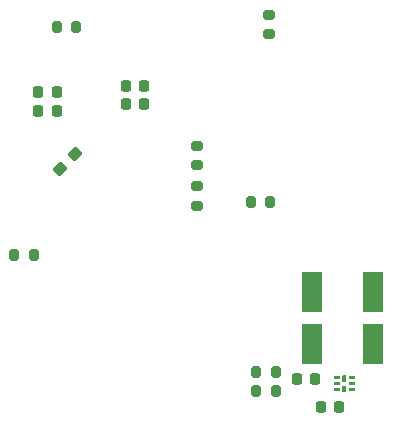
<source format=gbr>
%TF.GenerationSoftware,KiCad,Pcbnew,8.0.3-8.0.3-0~ubuntu22.04.1*%
%TF.CreationDate,2024-07-04T17:08:58-06:00*%
%TF.ProjectId,stm32g070 and DRV8311 single motor board - V1 Alpha,73746d33-3267-4303-9730-20616e642044,rev?*%
%TF.SameCoordinates,Original*%
%TF.FileFunction,Paste,Bot*%
%TF.FilePolarity,Positive*%
%FSLAX46Y46*%
G04 Gerber Fmt 4.6, Leading zero omitted, Abs format (unit mm)*
G04 Created by KiCad (PCBNEW 8.0.3-8.0.3-0~ubuntu22.04.1) date 2024-07-04 17:08:58*
%MOMM*%
%LPD*%
G01*
G04 APERTURE LIST*
G04 Aperture macros list*
%AMRoundRect*
0 Rectangle with rounded corners*
0 $1 Rounding radius*
0 $2 $3 $4 $5 $6 $7 $8 $9 X,Y pos of 4 corners*
0 Add a 4 corners polygon primitive as box body*
4,1,4,$2,$3,$4,$5,$6,$7,$8,$9,$2,$3,0*
0 Add four circle primitives for the rounded corners*
1,1,$1+$1,$2,$3*
1,1,$1+$1,$4,$5*
1,1,$1+$1,$6,$7*
1,1,$1+$1,$8,$9*
0 Add four rect primitives between the rounded corners*
20,1,$1+$1,$2,$3,$4,$5,0*
20,1,$1+$1,$4,$5,$6,$7,0*
20,1,$1+$1,$6,$7,$8,$9,0*
20,1,$1+$1,$8,$9,$2,$3,0*%
G04 Aperture macros list end*
%ADD10C,0.000000*%
%ADD11R,1.800000X3.400000*%
%ADD12RoundRect,0.200000X-0.200000X-0.275000X0.200000X-0.275000X0.200000X0.275000X-0.200000X0.275000X0*%
%ADD13RoundRect,0.225000X0.225000X0.250000X-0.225000X0.250000X-0.225000X-0.250000X0.225000X-0.250000X0*%
%ADD14RoundRect,0.200000X0.200000X0.275000X-0.200000X0.275000X-0.200000X-0.275000X0.200000X-0.275000X0*%
%ADD15RoundRect,0.200000X-0.275000X0.200000X-0.275000X-0.200000X0.275000X-0.200000X0.275000X0.200000X0*%
%ADD16RoundRect,0.237500X0.044194X0.380070X-0.380070X-0.044194X-0.044194X-0.380070X0.380070X0.044194X0*%
%ADD17RoundRect,0.218750X-0.218750X-0.256250X0.218750X-0.256250X0.218750X0.256250X-0.218750X0.256250X0*%
%ADD18RoundRect,0.225000X-0.225000X-0.250000X0.225000X-0.250000X0.225000X0.250000X-0.225000X0.250000X0*%
%ADD19R,0.350000X0.630000*%
G04 APERTURE END LIST*
D10*
%TO.C,U3*%
G36*
X151967501Y-126924999D02*
G01*
X151437499Y-126924999D01*
X151437499Y-126675000D01*
X151967501Y-126675000D01*
X151967501Y-126924999D01*
G37*
G36*
X151967501Y-127425001D02*
G01*
X151437499Y-127425001D01*
X151437499Y-127174999D01*
X151967501Y-127174999D01*
X151967501Y-127425001D01*
G37*
G36*
X151967501Y-127925000D02*
G01*
X151437499Y-127925000D01*
X151437499Y-127675001D01*
X151967501Y-127675001D01*
X151967501Y-127925000D01*
G37*
G36*
X152462501Y-127130000D02*
G01*
X152212499Y-127130000D01*
X152212499Y-126599999D01*
X152462501Y-126599999D01*
X152462501Y-127130000D01*
G37*
G36*
X152462501Y-128000001D02*
G01*
X152212499Y-128000001D01*
X152212499Y-127470000D01*
X152462501Y-127470000D01*
X152462501Y-128000001D01*
G37*
G36*
X153237501Y-126924999D02*
G01*
X152707499Y-126924999D01*
X152707499Y-126675000D01*
X153237501Y-126675000D01*
X153237501Y-126924999D01*
G37*
G36*
X153237501Y-127425001D02*
G01*
X152707499Y-127425001D01*
X152707499Y-127174999D01*
X153237501Y-127174999D01*
X153237501Y-127425001D01*
G37*
G36*
X153237501Y-127925000D02*
G01*
X152707499Y-127925000D01*
X152707499Y-127675001D01*
X153237501Y-127675001D01*
X153237501Y-127925000D01*
G37*
%TD*%
D11*
%TO.C,R6*%
X154800000Y-119500000D03*
X149600000Y-119500000D03*
%TD*%
%TO.C,R7*%
X154800000Y-123900000D03*
X149600000Y-123900000D03*
%TD*%
D12*
%TO.C,R5*%
X144875000Y-126300000D03*
X146525000Y-126300000D03*
%TD*%
D13*
%TO.C,C11*%
X151875000Y-129300000D03*
X150325000Y-129300000D03*
%TD*%
D14*
%TO.C,R14*%
X129625000Y-97100000D03*
X127975000Y-97100000D03*
%TD*%
D15*
%TO.C,R18*%
X139900000Y-107175000D03*
X139900000Y-108825000D03*
%TD*%
%TO.C,R17*%
X139900000Y-110575000D03*
X139900000Y-112225000D03*
%TD*%
D16*
%TO.C,C18*%
X129509880Y-107890120D03*
X128290120Y-109109880D03*
%TD*%
D15*
%TO.C,R1*%
X145925659Y-96077365D03*
X145925659Y-97727365D03*
%TD*%
D13*
%TO.C,C2*%
X127975000Y-102600000D03*
X126425000Y-102600000D03*
%TD*%
%TO.C,C1*%
X127975000Y-104200000D03*
X126425000Y-104200000D03*
%TD*%
D12*
%TO.C,R3*%
X144875000Y-127900000D03*
X146525000Y-127900000D03*
%TD*%
D17*
%TO.C,FB1*%
X133812500Y-102100000D03*
X135387500Y-102100000D03*
%TD*%
D13*
%TO.C,C19*%
X135375000Y-103600000D03*
X133825000Y-103600000D03*
%TD*%
D14*
%TO.C,R19*%
X146075000Y-111900000D03*
X144425000Y-111900000D03*
%TD*%
D18*
%TO.C,C12*%
X148325000Y-126900000D03*
X149875000Y-126900000D03*
%TD*%
D19*
%TO.C,U3*%
X152337500Y-126865000D03*
X152337500Y-127735000D03*
%TD*%
D12*
%TO.C,R8*%
X124375000Y-116400000D03*
X126025000Y-116400000D03*
%TD*%
M02*

</source>
